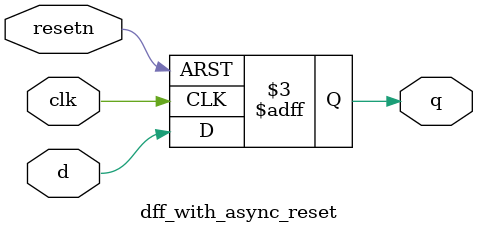
<source format=sv>
module d_ff_async_reset_axi (
    input  wire        s_axi_aclk,      // AXI时钟信号
    input  wire        s_axi_aresetn,   // AXI异步低电平复位信号
    
    // AXI4-Lite写地址通道
    input  wire        s_axi_awvalid,   // 写地址有效
    output wire        s_axi_awready,   // 写地址就绪
    input  wire [31:0] s_axi_awaddr,    // 写地址
    input  wire [2:0]  s_axi_awprot,    // 写保护类型
    
    // AXI4-Lite写数据通道
    input  wire        s_axi_wvalid,    // 写数据有效
    output wire        s_axi_wready,    // 写数据就绪
    input  wire [31:0] s_axi_wdata,     // 写数据
    input  wire [3:0]  s_axi_wstrb,     // 写数据字节选通
    
    // AXI4-Lite写响应通道
    output wire        s_axi_bvalid,    // 写响应有效
    input  wire        s_axi_bready,    // 写响应就绪
    output wire [1:0]  s_axi_bresp,     // 写响应状态
    
    // AXI4-Lite读地址通道
    input  wire        s_axi_arvalid,   // 读地址有效
    output wire        s_axi_arready,   // 读地址就绪
    input  wire [31:0] s_axi_araddr,    // 读地址
    input  wire [2:0]  s_axi_arprot,    // 读保护类型
    
    // AXI4-Lite读数据通道
    output wire        s_axi_rvalid,    // 读数据有效
    input  wire        s_axi_rready,    // 读数据就绪
    output wire [31:0] s_axi_rdata,     // 读数据
    output wire [1:0]  s_axi_rresp      // 读响应状态
);

    // 内部寄存器
    wire d_value;           // 存储D触发器的输入值
    reg  q_value;           // 存储D触发器的输出值
    reg  d_buffered;        // 缓冲的输入值

    // 寄存器地址映射
    localparam D_REG_ADDR = 8'h00;  // D寄存器地址
    localparam Q_REG_ADDR = 8'h04;  // Q寄存器地址

    // 写逻辑控制信号
    wire write_valid;       // 写操作有效信号
    wire [31:0] write_data; // 写入的数据
    wire [31:0] write_addr; // 写入的地址
    wire [3:0]  write_strb; // 写入的字节选通信号

    // 读逻辑控制信号
    wire read_valid;        // 读操作有效信号
    wire [31:0] read_addr;  // 读取的地址
    wire [31:0] read_data;  // 读取的数据

    // 地址解码器
    wire is_d_reg_write = (write_addr[7:0] == D_REG_ADDR) && write_valid;
    wire is_q_reg_read  = (read_addr[7:0] == Q_REG_ADDR) && read_valid;
    
    // 实例化AXI写通道控制器
    axi_write_channel write_ctrl (
        .clk(s_axi_aclk),
        .resetn(s_axi_aresetn),
        .s_axi_awvalid(s_axi_awvalid),
        .s_axi_awready(s_axi_awready),
        .s_axi_awaddr(s_axi_awaddr),
        .s_axi_wvalid(s_axi_wvalid),
        .s_axi_wready(s_axi_wready),
        .s_axi_wdata(s_axi_wdata),
        .s_axi_wstrb(s_axi_wstrb),
        .s_axi_bvalid(s_axi_bvalid),
        .s_axi_bready(s_axi_bready),
        .s_axi_bresp(s_axi_bresp),
        .write_valid(write_valid),
        .write_data(write_data),
        .write_addr(write_addr),
        .write_strb(write_strb)
    );

    // 实例化AXI读通道控制器
    axi_read_channel read_ctrl (
        .clk(s_axi_aclk),
        .resetn(s_axi_aresetn),
        .s_axi_arvalid(s_axi_arvalid),
        .s_axi_arready(s_axi_arready),
        .s_axi_araddr(s_axi_araddr),
        .s_axi_rvalid(s_axi_rvalid),
        .s_axi_rready(s_axi_rready),
        .s_axi_rdata(s_axi_rdata),
        .s_axi_rresp(s_axi_rresp),
        .read_valid(read_valid),
        .read_addr(read_addr),
        .read_data(read_data)
    );
    
    // D寄存器写逻辑
    assign d_value = is_d_reg_write && write_strb[0] ? write_data[0] : d_buffered;
    
    // Q寄存器读逻辑
    assign read_data = is_q_reg_read ? {31'b0, q_value} : 32'h0;

    // 两级D触发器逻辑实现
    dff_with_async_reset d_buffer_stage (
        .clk(s_axi_aclk),
        .resetn(s_axi_aresetn),
        .d(d_value),
        .q(d_buffered)
    );
    
    dff_with_async_reset q_output_stage (
        .clk(s_axi_aclk),
        .resetn(s_axi_aresetn),
        .d(d_buffered),
        .q(q_value)
    );
    
endmodule

//---------------------------------------------------------------------
// AXI写通道控制器模块
//---------------------------------------------------------------------
module axi_write_channel (
    input  wire        clk,
    input  wire        resetn,
    
    // AXI写接口
    input  wire        s_axi_awvalid,
    output reg         s_axi_awready,
    input  wire [31:0] s_axi_awaddr,
    input  wire        s_axi_wvalid,
    output reg         s_axi_wready,
    input  wire [31:0] s_axi_wdata,
    input  wire [3:0]  s_axi_wstrb,
    output reg         s_axi_bvalid,
    input  wire        s_axi_bready,
    output reg  [1:0]  s_axi_bresp,
    
    // 内部控制接口
    output wire        write_valid,
    output reg  [31:0] write_addr,
    output reg  [31:0] write_data,
    output reg  [3:0]  write_strb
);

    // 状态定义
    localparam IDLE = 2'b00;
    localparam ADDR = 2'b01;
    localparam DATA = 2'b10;
    localparam RESP = 2'b11;
    
    reg [1:0] state;
    
    // 控制信号
    assign write_valid = (state == DATA);
    
    // FSM实现
    always @(posedge clk or negedge resetn) begin
        if (!resetn) begin
            state          <= IDLE;
            s_axi_awready  <= 1'b0;
            s_axi_wready   <= 1'b0;
            s_axi_bvalid   <= 1'b0;
            s_axi_bresp    <= 2'b00;
            write_addr     <= 32'h0;
            write_data     <= 32'h0;
            write_strb     <= 4'h0;
        end else begin
            case (state)
                IDLE: begin
                    if (s_axi_awvalid) begin
                        s_axi_awready <= 1'b1;
                        write_addr    <= s_axi_awaddr;
                        state         <= ADDR;
                    end
                end
                
                ADDR: begin
                    s_axi_awready <= 1'b0;
                    if (s_axi_wvalid) begin
                        s_axi_wready <= 1'b1;
                        write_data   <= s_axi_wdata;
                        write_strb   <= s_axi_wstrb;
                        state        <= DATA;
                    end
                end
                
                DATA: begin
                    s_axi_wready  <= 1'b0;
                    s_axi_bvalid  <= 1'b1;
                    s_axi_bresp   <= 2'b00;  // OKAY响应
                    state         <= RESP;
                end
                
                RESP: begin
                    if (s_axi_bready) begin
                        s_axi_bvalid <= 1'b0;
                        state        <= IDLE;
                    end
                end
                
                default: state <= IDLE;
            endcase
        end
    end
    
endmodule

//---------------------------------------------------------------------
// AXI读通道控制器模块
//---------------------------------------------------------------------
module axi_read_channel (
    input  wire        clk,
    input  wire        resetn,
    
    // AXI读接口
    input  wire        s_axi_arvalid,
    output reg         s_axi_arready,
    input  wire [31:0] s_axi_araddr,
    output reg         s_axi_rvalid,
    input  wire        s_axi_rready,
    output reg  [31:0] s_axi_rdata,
    output reg  [1:0]  s_axi_rresp,
    
    // 内部控制接口
    output wire        read_valid,
    output reg  [31:0] read_addr,
    input  wire [31:0] read_data
);

    // 状态定义
    localparam IDLE = 2'b00;
    localparam ADDR = 2'b01;
    localparam DATA = 2'b10;
    
    reg [1:0] state;
    
    // 控制信号
    assign read_valid = (state == ADDR);
    
    // FSM实现
    always @(posedge clk or negedge resetn) begin
        if (!resetn) begin
            state          <= IDLE;
            s_axi_arready  <= 1'b0;
            s_axi_rvalid   <= 1'b0;
            s_axi_rresp    <= 2'b00;
            s_axi_rdata    <= 32'h0;
            read_addr      <= 32'h0;
        end else begin
            case (state)
                IDLE: begin
                    if (s_axi_arvalid) begin
                        s_axi_arready <= 1'b1;
                        read_addr     <= s_axi_araddr;
                        state         <= ADDR;
                    end
                end
                
                ADDR: begin
                    s_axi_arready <= 1'b0;
                    s_axi_rvalid  <= 1'b1;
                    s_axi_rresp   <= 2'b00;  // OKAY响应
                    s_axi_rdata   <= read_data;
                    state         <= DATA;
                end
                
                DATA: begin
                    if (s_axi_rready) begin
                        s_axi_rvalid <= 1'b0;
                        state        <= IDLE;
                    end
                end
                
                default: state <= IDLE;
            endcase
        end
    end
    
endmodule

//---------------------------------------------------------------------
// 带异步复位的D触发器模块
//---------------------------------------------------------------------
module dff_with_async_reset (
    input  wire clk,
    input  wire resetn,
    input  wire d,
    output reg  q
);
    
    always @(posedge clk or negedge resetn) begin
        if (!resetn)
            q <= 1'b0;
        else
            q <= d;
    end
    
endmodule
</source>
